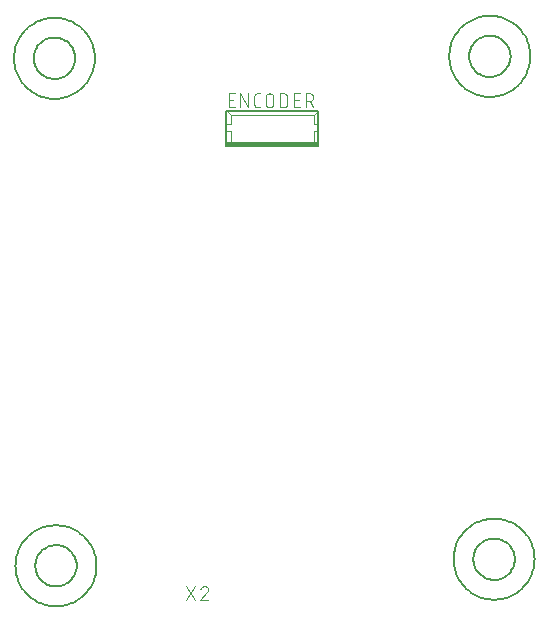
<source format=gbr>
G04 EAGLE Gerber X2 export*
%TF.Part,Single*%
%TF.FileFunction,Legend,Top,1*%
%TF.FilePolarity,Positive*%
%TF.GenerationSoftware,Autodesk,EAGLE,8.7.0*%
%TF.CreationDate,2018-04-05T02:47:59Z*%
G75*
%MOIN*%
%FSLAX34Y34*%
%LPD*%
%AMOC8*
5,1,8,0,0,1.08239X$1,22.5*%
G01*
%ADD10C,0.008000*%
%ADD11C,0.002000*%
%ADD12C,0.004000*%
%ADD13R,0.305118X0.014764*%
%ADD14C,0.006000*%


D10*
X13555Y16347D02*
X16625Y16347D01*
X16625Y17528D01*
X13555Y17528D01*
X13555Y16347D01*
D11*
X13564Y16839D02*
X13712Y16839D01*
X13712Y16446D01*
X16468Y16839D02*
X16616Y16839D01*
X16468Y16839D02*
X16468Y16446D01*
X13712Y17085D02*
X13564Y17085D01*
X16468Y17085D02*
X16616Y17085D01*
X13712Y17085D02*
X13712Y17381D01*
X16468Y17381D01*
X16468Y17085D01*
X16468Y17381D02*
X16566Y17479D01*
X13712Y17381D02*
X13614Y17479D01*
D12*
X13634Y17647D02*
X13838Y17647D01*
X13634Y17647D02*
X13634Y18107D01*
X13838Y18107D01*
X13787Y17902D02*
X13634Y17902D01*
X14023Y18107D02*
X14023Y17647D01*
X14278Y17647D02*
X14023Y18107D01*
X14278Y18107D02*
X14278Y17647D01*
X14589Y17647D02*
X14691Y17647D01*
X14589Y17647D02*
X14571Y17649D01*
X14554Y17653D01*
X14538Y17661D01*
X14523Y17671D01*
X14511Y17683D01*
X14501Y17698D01*
X14493Y17714D01*
X14489Y17731D01*
X14487Y17749D01*
X14486Y17749D02*
X14486Y18005D01*
X14487Y18005D02*
X14489Y18025D01*
X14495Y18044D01*
X14504Y18062D01*
X14517Y18077D01*
X14532Y18090D01*
X14550Y18099D01*
X14569Y18105D01*
X14589Y18107D01*
X14691Y18107D01*
X14863Y17979D02*
X14863Y17775D01*
X14863Y17979D02*
X14865Y18000D01*
X14870Y18021D01*
X14878Y18040D01*
X14890Y18058D01*
X14904Y18073D01*
X14921Y18086D01*
X14940Y18096D01*
X14960Y18103D01*
X14980Y18107D01*
X15002Y18107D01*
X15022Y18103D01*
X15042Y18096D01*
X15061Y18086D01*
X15078Y18073D01*
X15092Y18058D01*
X15104Y18040D01*
X15112Y18021D01*
X15117Y18000D01*
X15119Y17979D01*
X15118Y17979D02*
X15118Y17775D01*
X15119Y17775D02*
X15117Y17754D01*
X15112Y17733D01*
X15104Y17714D01*
X15092Y17696D01*
X15078Y17681D01*
X15061Y17668D01*
X15042Y17658D01*
X15022Y17651D01*
X15002Y17647D01*
X14980Y17647D01*
X14960Y17651D01*
X14940Y17658D01*
X14921Y17668D01*
X14904Y17681D01*
X14890Y17696D01*
X14878Y17714D01*
X14870Y17733D01*
X14865Y17754D01*
X14863Y17775D01*
X15328Y17647D02*
X15328Y18107D01*
X15456Y18107D01*
X15476Y18105D01*
X15496Y18101D01*
X15514Y18093D01*
X15531Y18083D01*
X15547Y18070D01*
X15560Y18054D01*
X15570Y18037D01*
X15578Y18019D01*
X15582Y17999D01*
X15584Y17979D01*
X15583Y17979D02*
X15583Y17775D01*
X15584Y17775D02*
X15582Y17755D01*
X15578Y17735D01*
X15570Y17717D01*
X15560Y17700D01*
X15547Y17684D01*
X15531Y17671D01*
X15514Y17661D01*
X15496Y17653D01*
X15476Y17649D01*
X15456Y17647D01*
X15328Y17647D01*
X15809Y17647D02*
X16013Y17647D01*
X15809Y17647D02*
X15809Y18107D01*
X16013Y18107D01*
X15962Y17902D02*
X15809Y17902D01*
X16201Y18107D02*
X16201Y17647D01*
X16201Y18107D02*
X16328Y18107D01*
X16349Y18105D01*
X16370Y18100D01*
X16389Y18092D01*
X16407Y18080D01*
X16422Y18066D01*
X16435Y18049D01*
X16445Y18030D01*
X16452Y18010D01*
X16456Y17990D01*
X16456Y17968D01*
X16452Y17948D01*
X16445Y17928D01*
X16435Y17909D01*
X16422Y17892D01*
X16407Y17878D01*
X16389Y17866D01*
X16370Y17858D01*
X16349Y17853D01*
X16328Y17851D01*
X16201Y17851D01*
X16354Y17851D02*
X16456Y17647D01*
D13*
X15090Y16421D03*
D12*
X12520Y1680D02*
X12214Y1220D01*
X12520Y1220D02*
X12214Y1680D01*
X12830Y1680D02*
X12850Y1678D01*
X12869Y1673D01*
X12888Y1665D01*
X12904Y1653D01*
X12918Y1639D01*
X12930Y1623D01*
X12938Y1604D01*
X12943Y1585D01*
X12945Y1565D01*
X12830Y1680D02*
X12807Y1678D01*
X12784Y1673D01*
X12763Y1664D01*
X12743Y1652D01*
X12725Y1637D01*
X12710Y1619D01*
X12698Y1599D01*
X12689Y1578D01*
X12907Y1475D02*
X12920Y1490D01*
X12931Y1507D01*
X12939Y1526D01*
X12943Y1545D01*
X12945Y1565D01*
X12906Y1476D02*
X12689Y1220D01*
X12945Y1220D01*
D14*
X20987Y19344D02*
X20989Y19417D01*
X20995Y19490D01*
X21005Y19562D01*
X21019Y19634D01*
X21036Y19705D01*
X21058Y19775D01*
X21083Y19844D01*
X21112Y19911D01*
X21144Y19976D01*
X21180Y20040D01*
X21220Y20102D01*
X21262Y20161D01*
X21308Y20218D01*
X21357Y20272D01*
X21409Y20324D01*
X21463Y20373D01*
X21520Y20419D01*
X21579Y20461D01*
X21641Y20501D01*
X21705Y20537D01*
X21770Y20569D01*
X21837Y20598D01*
X21906Y20623D01*
X21976Y20645D01*
X22047Y20662D01*
X22119Y20676D01*
X22191Y20686D01*
X22264Y20692D01*
X22337Y20694D01*
X22410Y20692D01*
X22483Y20686D01*
X22555Y20676D01*
X22627Y20662D01*
X22698Y20645D01*
X22768Y20623D01*
X22837Y20598D01*
X22904Y20569D01*
X22969Y20537D01*
X23033Y20501D01*
X23095Y20461D01*
X23154Y20419D01*
X23211Y20373D01*
X23265Y20324D01*
X23317Y20272D01*
X23366Y20218D01*
X23412Y20161D01*
X23454Y20102D01*
X23494Y20040D01*
X23530Y19976D01*
X23562Y19911D01*
X23591Y19844D01*
X23616Y19775D01*
X23638Y19705D01*
X23655Y19634D01*
X23669Y19562D01*
X23679Y19490D01*
X23685Y19417D01*
X23687Y19344D01*
X23685Y19271D01*
X23679Y19198D01*
X23669Y19126D01*
X23655Y19054D01*
X23638Y18983D01*
X23616Y18913D01*
X23591Y18844D01*
X23562Y18777D01*
X23530Y18712D01*
X23494Y18648D01*
X23454Y18586D01*
X23412Y18527D01*
X23366Y18470D01*
X23317Y18416D01*
X23265Y18364D01*
X23211Y18315D01*
X23154Y18269D01*
X23095Y18227D01*
X23033Y18187D01*
X22969Y18151D01*
X22904Y18119D01*
X22837Y18090D01*
X22768Y18065D01*
X22698Y18043D01*
X22627Y18026D01*
X22555Y18012D01*
X22483Y18002D01*
X22410Y17996D01*
X22337Y17994D01*
X22264Y17996D01*
X22191Y18002D01*
X22119Y18012D01*
X22047Y18026D01*
X21976Y18043D01*
X21906Y18065D01*
X21837Y18090D01*
X21770Y18119D01*
X21705Y18151D01*
X21641Y18187D01*
X21579Y18227D01*
X21520Y18269D01*
X21463Y18315D01*
X21409Y18364D01*
X21357Y18416D01*
X21308Y18470D01*
X21262Y18527D01*
X21220Y18586D01*
X21180Y18648D01*
X21144Y18712D01*
X21112Y18777D01*
X21083Y18844D01*
X21058Y18913D01*
X21036Y18983D01*
X21019Y19054D01*
X21005Y19126D01*
X20995Y19198D01*
X20989Y19271D01*
X20987Y19344D01*
D10*
X21648Y19344D02*
X21650Y19396D01*
X21656Y19448D01*
X21666Y19499D01*
X21679Y19549D01*
X21697Y19599D01*
X21718Y19646D01*
X21742Y19692D01*
X21771Y19736D01*
X21802Y19778D01*
X21836Y19817D01*
X21873Y19854D01*
X21913Y19887D01*
X21956Y19918D01*
X22000Y19945D01*
X22046Y19969D01*
X22095Y19989D01*
X22144Y20005D01*
X22195Y20018D01*
X22246Y20027D01*
X22298Y20032D01*
X22350Y20033D01*
X22402Y20030D01*
X22454Y20023D01*
X22505Y20012D01*
X22555Y19998D01*
X22604Y19979D01*
X22651Y19957D01*
X22696Y19932D01*
X22740Y19903D01*
X22781Y19871D01*
X22820Y19836D01*
X22855Y19798D01*
X22888Y19757D01*
X22918Y19715D01*
X22944Y19670D01*
X22967Y19623D01*
X22986Y19574D01*
X23002Y19524D01*
X23014Y19474D01*
X23022Y19422D01*
X23026Y19370D01*
X23026Y19318D01*
X23022Y19266D01*
X23014Y19214D01*
X23002Y19164D01*
X22986Y19114D01*
X22967Y19065D01*
X22944Y19018D01*
X22918Y18973D01*
X22888Y18931D01*
X22855Y18890D01*
X22820Y18852D01*
X22781Y18817D01*
X22740Y18785D01*
X22696Y18756D01*
X22651Y18731D01*
X22604Y18709D01*
X22555Y18690D01*
X22505Y18676D01*
X22454Y18665D01*
X22402Y18658D01*
X22350Y18655D01*
X22298Y18656D01*
X22246Y18661D01*
X22195Y18670D01*
X22144Y18683D01*
X22095Y18699D01*
X22046Y18719D01*
X22000Y18743D01*
X21956Y18770D01*
X21913Y18801D01*
X21873Y18834D01*
X21836Y18871D01*
X21802Y18910D01*
X21771Y18952D01*
X21742Y18996D01*
X21718Y19042D01*
X21697Y19089D01*
X21679Y19139D01*
X21666Y19189D01*
X21656Y19240D01*
X21650Y19292D01*
X21648Y19344D01*
D14*
X6474Y19280D02*
X6476Y19353D01*
X6482Y19426D01*
X6492Y19498D01*
X6506Y19570D01*
X6523Y19641D01*
X6545Y19711D01*
X6570Y19780D01*
X6599Y19847D01*
X6631Y19912D01*
X6667Y19976D01*
X6707Y20038D01*
X6749Y20097D01*
X6795Y20154D01*
X6844Y20208D01*
X6896Y20260D01*
X6950Y20309D01*
X7007Y20355D01*
X7066Y20397D01*
X7128Y20437D01*
X7192Y20473D01*
X7257Y20505D01*
X7324Y20534D01*
X7393Y20559D01*
X7463Y20581D01*
X7534Y20598D01*
X7606Y20612D01*
X7678Y20622D01*
X7751Y20628D01*
X7824Y20630D01*
X7897Y20628D01*
X7970Y20622D01*
X8042Y20612D01*
X8114Y20598D01*
X8185Y20581D01*
X8255Y20559D01*
X8324Y20534D01*
X8391Y20505D01*
X8456Y20473D01*
X8520Y20437D01*
X8582Y20397D01*
X8641Y20355D01*
X8698Y20309D01*
X8752Y20260D01*
X8804Y20208D01*
X8853Y20154D01*
X8899Y20097D01*
X8941Y20038D01*
X8981Y19976D01*
X9017Y19912D01*
X9049Y19847D01*
X9078Y19780D01*
X9103Y19711D01*
X9125Y19641D01*
X9142Y19570D01*
X9156Y19498D01*
X9166Y19426D01*
X9172Y19353D01*
X9174Y19280D01*
X9172Y19207D01*
X9166Y19134D01*
X9156Y19062D01*
X9142Y18990D01*
X9125Y18919D01*
X9103Y18849D01*
X9078Y18780D01*
X9049Y18713D01*
X9017Y18648D01*
X8981Y18584D01*
X8941Y18522D01*
X8899Y18463D01*
X8853Y18406D01*
X8804Y18352D01*
X8752Y18300D01*
X8698Y18251D01*
X8641Y18205D01*
X8582Y18163D01*
X8520Y18123D01*
X8456Y18087D01*
X8391Y18055D01*
X8324Y18026D01*
X8255Y18001D01*
X8185Y17979D01*
X8114Y17962D01*
X8042Y17948D01*
X7970Y17938D01*
X7897Y17932D01*
X7824Y17930D01*
X7751Y17932D01*
X7678Y17938D01*
X7606Y17948D01*
X7534Y17962D01*
X7463Y17979D01*
X7393Y18001D01*
X7324Y18026D01*
X7257Y18055D01*
X7192Y18087D01*
X7128Y18123D01*
X7066Y18163D01*
X7007Y18205D01*
X6950Y18251D01*
X6896Y18300D01*
X6844Y18352D01*
X6795Y18406D01*
X6749Y18463D01*
X6707Y18522D01*
X6667Y18584D01*
X6631Y18648D01*
X6599Y18713D01*
X6570Y18780D01*
X6545Y18849D01*
X6523Y18919D01*
X6506Y18990D01*
X6492Y19062D01*
X6482Y19134D01*
X6476Y19207D01*
X6474Y19280D01*
D10*
X7135Y19280D02*
X7137Y19332D01*
X7143Y19384D01*
X7153Y19435D01*
X7166Y19485D01*
X7184Y19535D01*
X7205Y19582D01*
X7229Y19628D01*
X7258Y19672D01*
X7289Y19714D01*
X7323Y19753D01*
X7360Y19790D01*
X7400Y19823D01*
X7443Y19854D01*
X7487Y19881D01*
X7533Y19905D01*
X7582Y19925D01*
X7631Y19941D01*
X7682Y19954D01*
X7733Y19963D01*
X7785Y19968D01*
X7837Y19969D01*
X7889Y19966D01*
X7941Y19959D01*
X7992Y19948D01*
X8042Y19934D01*
X8091Y19915D01*
X8138Y19893D01*
X8183Y19868D01*
X8227Y19839D01*
X8268Y19807D01*
X8307Y19772D01*
X8342Y19734D01*
X8375Y19693D01*
X8405Y19651D01*
X8431Y19606D01*
X8454Y19559D01*
X8473Y19510D01*
X8489Y19460D01*
X8501Y19410D01*
X8509Y19358D01*
X8513Y19306D01*
X8513Y19254D01*
X8509Y19202D01*
X8501Y19150D01*
X8489Y19100D01*
X8473Y19050D01*
X8454Y19001D01*
X8431Y18954D01*
X8405Y18909D01*
X8375Y18867D01*
X8342Y18826D01*
X8307Y18788D01*
X8268Y18753D01*
X8227Y18721D01*
X8183Y18692D01*
X8138Y18667D01*
X8091Y18645D01*
X8042Y18626D01*
X7992Y18612D01*
X7941Y18601D01*
X7889Y18594D01*
X7837Y18591D01*
X7785Y18592D01*
X7733Y18597D01*
X7682Y18606D01*
X7631Y18619D01*
X7582Y18635D01*
X7533Y18655D01*
X7487Y18679D01*
X7443Y18706D01*
X7400Y18737D01*
X7360Y18770D01*
X7323Y18807D01*
X7289Y18846D01*
X7258Y18888D01*
X7229Y18932D01*
X7205Y18978D01*
X7184Y19025D01*
X7166Y19075D01*
X7153Y19125D01*
X7143Y19176D01*
X7137Y19228D01*
X7135Y19280D01*
D14*
X21127Y2582D02*
X21129Y2655D01*
X21135Y2728D01*
X21145Y2800D01*
X21159Y2872D01*
X21176Y2943D01*
X21198Y3013D01*
X21223Y3082D01*
X21252Y3149D01*
X21284Y3214D01*
X21320Y3278D01*
X21360Y3340D01*
X21402Y3399D01*
X21448Y3456D01*
X21497Y3510D01*
X21549Y3562D01*
X21603Y3611D01*
X21660Y3657D01*
X21719Y3699D01*
X21781Y3739D01*
X21845Y3775D01*
X21910Y3807D01*
X21977Y3836D01*
X22046Y3861D01*
X22116Y3883D01*
X22187Y3900D01*
X22259Y3914D01*
X22331Y3924D01*
X22404Y3930D01*
X22477Y3932D01*
X22550Y3930D01*
X22623Y3924D01*
X22695Y3914D01*
X22767Y3900D01*
X22838Y3883D01*
X22908Y3861D01*
X22977Y3836D01*
X23044Y3807D01*
X23109Y3775D01*
X23173Y3739D01*
X23235Y3699D01*
X23294Y3657D01*
X23351Y3611D01*
X23405Y3562D01*
X23457Y3510D01*
X23506Y3456D01*
X23552Y3399D01*
X23594Y3340D01*
X23634Y3278D01*
X23670Y3214D01*
X23702Y3149D01*
X23731Y3082D01*
X23756Y3013D01*
X23778Y2943D01*
X23795Y2872D01*
X23809Y2800D01*
X23819Y2728D01*
X23825Y2655D01*
X23827Y2582D01*
X23825Y2509D01*
X23819Y2436D01*
X23809Y2364D01*
X23795Y2292D01*
X23778Y2221D01*
X23756Y2151D01*
X23731Y2082D01*
X23702Y2015D01*
X23670Y1950D01*
X23634Y1886D01*
X23594Y1824D01*
X23552Y1765D01*
X23506Y1708D01*
X23457Y1654D01*
X23405Y1602D01*
X23351Y1553D01*
X23294Y1507D01*
X23235Y1465D01*
X23173Y1425D01*
X23109Y1389D01*
X23044Y1357D01*
X22977Y1328D01*
X22908Y1303D01*
X22838Y1281D01*
X22767Y1264D01*
X22695Y1250D01*
X22623Y1240D01*
X22550Y1234D01*
X22477Y1232D01*
X22404Y1234D01*
X22331Y1240D01*
X22259Y1250D01*
X22187Y1264D01*
X22116Y1281D01*
X22046Y1303D01*
X21977Y1328D01*
X21910Y1357D01*
X21845Y1389D01*
X21781Y1425D01*
X21719Y1465D01*
X21660Y1507D01*
X21603Y1553D01*
X21549Y1602D01*
X21497Y1654D01*
X21448Y1708D01*
X21402Y1765D01*
X21360Y1824D01*
X21320Y1886D01*
X21284Y1950D01*
X21252Y2015D01*
X21223Y2082D01*
X21198Y2151D01*
X21176Y2221D01*
X21159Y2292D01*
X21145Y2364D01*
X21135Y2436D01*
X21129Y2509D01*
X21127Y2582D01*
D10*
X21788Y2582D02*
X21790Y2634D01*
X21796Y2686D01*
X21806Y2737D01*
X21819Y2787D01*
X21837Y2837D01*
X21858Y2884D01*
X21882Y2930D01*
X21911Y2974D01*
X21942Y3016D01*
X21976Y3055D01*
X22013Y3092D01*
X22053Y3125D01*
X22096Y3156D01*
X22140Y3183D01*
X22186Y3207D01*
X22235Y3227D01*
X22284Y3243D01*
X22335Y3256D01*
X22386Y3265D01*
X22438Y3270D01*
X22490Y3271D01*
X22542Y3268D01*
X22594Y3261D01*
X22645Y3250D01*
X22695Y3236D01*
X22744Y3217D01*
X22791Y3195D01*
X22836Y3170D01*
X22880Y3141D01*
X22921Y3109D01*
X22960Y3074D01*
X22995Y3036D01*
X23028Y2995D01*
X23058Y2953D01*
X23084Y2908D01*
X23107Y2861D01*
X23126Y2812D01*
X23142Y2762D01*
X23154Y2712D01*
X23162Y2660D01*
X23166Y2608D01*
X23166Y2556D01*
X23162Y2504D01*
X23154Y2452D01*
X23142Y2402D01*
X23126Y2352D01*
X23107Y2303D01*
X23084Y2256D01*
X23058Y2211D01*
X23028Y2169D01*
X22995Y2128D01*
X22960Y2090D01*
X22921Y2055D01*
X22880Y2023D01*
X22836Y1994D01*
X22791Y1969D01*
X22744Y1947D01*
X22695Y1928D01*
X22645Y1914D01*
X22594Y1903D01*
X22542Y1896D01*
X22490Y1893D01*
X22438Y1894D01*
X22386Y1899D01*
X22335Y1908D01*
X22284Y1921D01*
X22235Y1937D01*
X22186Y1957D01*
X22140Y1981D01*
X22096Y2008D01*
X22053Y2039D01*
X22013Y2072D01*
X21976Y2109D01*
X21942Y2148D01*
X21911Y2190D01*
X21882Y2234D01*
X21858Y2280D01*
X21837Y2327D01*
X21819Y2377D01*
X21806Y2427D01*
X21796Y2478D01*
X21790Y2530D01*
X21788Y2582D01*
D14*
X6524Y2362D02*
X6526Y2435D01*
X6532Y2508D01*
X6542Y2580D01*
X6556Y2652D01*
X6573Y2723D01*
X6595Y2793D01*
X6620Y2862D01*
X6649Y2929D01*
X6681Y2994D01*
X6717Y3058D01*
X6757Y3120D01*
X6799Y3179D01*
X6845Y3236D01*
X6894Y3290D01*
X6946Y3342D01*
X7000Y3391D01*
X7057Y3437D01*
X7116Y3479D01*
X7178Y3519D01*
X7242Y3555D01*
X7307Y3587D01*
X7374Y3616D01*
X7443Y3641D01*
X7513Y3663D01*
X7584Y3680D01*
X7656Y3694D01*
X7728Y3704D01*
X7801Y3710D01*
X7874Y3712D01*
X7947Y3710D01*
X8020Y3704D01*
X8092Y3694D01*
X8164Y3680D01*
X8235Y3663D01*
X8305Y3641D01*
X8374Y3616D01*
X8441Y3587D01*
X8506Y3555D01*
X8570Y3519D01*
X8632Y3479D01*
X8691Y3437D01*
X8748Y3391D01*
X8802Y3342D01*
X8854Y3290D01*
X8903Y3236D01*
X8949Y3179D01*
X8991Y3120D01*
X9031Y3058D01*
X9067Y2994D01*
X9099Y2929D01*
X9128Y2862D01*
X9153Y2793D01*
X9175Y2723D01*
X9192Y2652D01*
X9206Y2580D01*
X9216Y2508D01*
X9222Y2435D01*
X9224Y2362D01*
X9222Y2289D01*
X9216Y2216D01*
X9206Y2144D01*
X9192Y2072D01*
X9175Y2001D01*
X9153Y1931D01*
X9128Y1862D01*
X9099Y1795D01*
X9067Y1730D01*
X9031Y1666D01*
X8991Y1604D01*
X8949Y1545D01*
X8903Y1488D01*
X8854Y1434D01*
X8802Y1382D01*
X8748Y1333D01*
X8691Y1287D01*
X8632Y1245D01*
X8570Y1205D01*
X8506Y1169D01*
X8441Y1137D01*
X8374Y1108D01*
X8305Y1083D01*
X8235Y1061D01*
X8164Y1044D01*
X8092Y1030D01*
X8020Y1020D01*
X7947Y1014D01*
X7874Y1012D01*
X7801Y1014D01*
X7728Y1020D01*
X7656Y1030D01*
X7584Y1044D01*
X7513Y1061D01*
X7443Y1083D01*
X7374Y1108D01*
X7307Y1137D01*
X7242Y1169D01*
X7178Y1205D01*
X7116Y1245D01*
X7057Y1287D01*
X7000Y1333D01*
X6946Y1382D01*
X6894Y1434D01*
X6845Y1488D01*
X6799Y1545D01*
X6757Y1604D01*
X6717Y1666D01*
X6681Y1730D01*
X6649Y1795D01*
X6620Y1862D01*
X6595Y1931D01*
X6573Y2001D01*
X6556Y2072D01*
X6542Y2144D01*
X6532Y2216D01*
X6526Y2289D01*
X6524Y2362D01*
D10*
X7185Y2362D02*
X7187Y2414D01*
X7193Y2466D01*
X7203Y2517D01*
X7216Y2567D01*
X7234Y2617D01*
X7255Y2664D01*
X7279Y2710D01*
X7308Y2754D01*
X7339Y2796D01*
X7373Y2835D01*
X7410Y2872D01*
X7450Y2905D01*
X7493Y2936D01*
X7537Y2963D01*
X7583Y2987D01*
X7632Y3007D01*
X7681Y3023D01*
X7732Y3036D01*
X7783Y3045D01*
X7835Y3050D01*
X7887Y3051D01*
X7939Y3048D01*
X7991Y3041D01*
X8042Y3030D01*
X8092Y3016D01*
X8141Y2997D01*
X8188Y2975D01*
X8233Y2950D01*
X8277Y2921D01*
X8318Y2889D01*
X8357Y2854D01*
X8392Y2816D01*
X8425Y2775D01*
X8455Y2733D01*
X8481Y2688D01*
X8504Y2641D01*
X8523Y2592D01*
X8539Y2542D01*
X8551Y2492D01*
X8559Y2440D01*
X8563Y2388D01*
X8563Y2336D01*
X8559Y2284D01*
X8551Y2232D01*
X8539Y2182D01*
X8523Y2132D01*
X8504Y2083D01*
X8481Y2036D01*
X8455Y1991D01*
X8425Y1949D01*
X8392Y1908D01*
X8357Y1870D01*
X8318Y1835D01*
X8277Y1803D01*
X8233Y1774D01*
X8188Y1749D01*
X8141Y1727D01*
X8092Y1708D01*
X8042Y1694D01*
X7991Y1683D01*
X7939Y1676D01*
X7887Y1673D01*
X7835Y1674D01*
X7783Y1679D01*
X7732Y1688D01*
X7681Y1701D01*
X7632Y1717D01*
X7583Y1737D01*
X7537Y1761D01*
X7493Y1788D01*
X7450Y1819D01*
X7410Y1852D01*
X7373Y1889D01*
X7339Y1928D01*
X7308Y1970D01*
X7279Y2014D01*
X7255Y2060D01*
X7234Y2107D01*
X7216Y2157D01*
X7203Y2207D01*
X7193Y2258D01*
X7187Y2310D01*
X7185Y2362D01*
M02*

</source>
